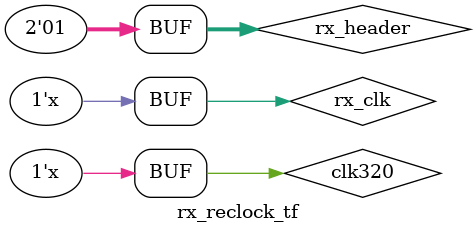
<source format=sv>
`timescale 1ns / 1ps

module rx_reclock_tf;

    reg [37:0] rx_data_38 = 38'h0; // at mgt clk domain
    reg [1:0] rx_header = 2'b01;
    reg rx_clk = 1'b0; // mgt rx clock
     
    wire [75:0] rx_data_76_o; // at fabric clk domain
    wire clk40; // fabric clk
    reg clk320 = 1'b0;  // fabric clk x 8
    reg [37:0] cnt = 38'h123456;


    rx_reclock uut 
    (
        .rx_data_38   (rx_data_38  ), 
        .rx_header    (rx_header   ),
        .rx_clk       (rx_clk      ), 
         
        .rx_data_76_o (rx_data_76_o), 
        .clk40        (clk40       ), 
        .clk320       (clk320      )
    );

    always 
    begin
        #1.5625 
        clk320 = ~clk320;
    end
    
    always 
    begin
        //#6.25
        #6.3
        rx_clk = ~rx_clk;
    end
    
    reg [2:0] clk40_div = 2'b0;
    assign clk40 = clk40_div[2];
    
    always @(posedge clk320)
    begin
        clk40_div++;
    end
    
    always @(posedge rx_clk)
    begin
        if (cnt[0] == 1'b1) rx_data_38 = cnt;
        else rx_data_38 = 38'h0;
        cnt++;
    end

    initial
    begin
    end

endmodule

</source>
